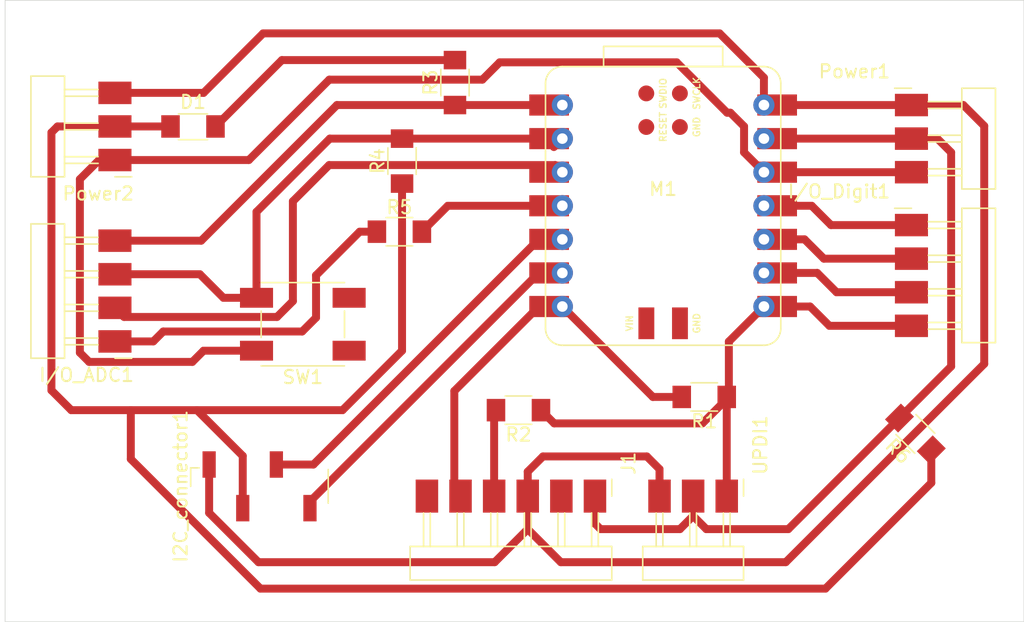
<source format=kicad_pcb>
(kicad_pcb (version 20240108) (generator "pcbnew") (generator_version "8.0")
  (layers (0 "F.Cu" signal) (31 "B.Cu" signal) (34 "B.Paste" user) (35 "F.Paste" user) (36 "B.SilkS" user "B.Silkscreen") (37 "F.SilkS" user "F.Silkscreen") (38 "B.Mask" user) (39 "F.Mask" user) (44 "Edge.Cuts" user))
  (net 0 "")
  (net 1 "ADC3")
  (net 2 "ADC1")
  (net 3 "ADC2")
  (net 4 "ADC4")
  (net 5 "D9")
  (net 6 "D8")
  (net 7 "D10")
  (net 8 "Rx")
  (net 9 "SDA")
  (net 10 "PWR_5V")
  (net 11 "SCL")
  (net 12 "PWR_GND")
  (net 15 "Tx")
  (net 16 "Net-(J1-Pad4)")
  (net 18 "PWR_3V3")
  (net 24 "Net-(D1-A)")
  (net 25 "Net-(I/O_ADC1-Pin_1)")
  (footprint "Fabac:R_1206" (layer "F.Cu") (at 131 61.16 90)
    (property "Reference" "R4" (at 0 -1.85 270) (layer "F.SilkS"))
    (property "Value" "470")
    (fp_line (start -1 -1.07) (end 1 -1.07) (stroke (width 0.12)) (layer "F.SilkS"))
    (fp_line (start 1 1.07) (end -1 1.07) (stroke (width 0.12)) (layer "F.SilkS"))
    (pad "1" smd rect (at -1.7 0 90) (size 1.4 1.7) (layers "F.Cu" "F.Paste" "F.Mask") (net 12 "PWR_GND"))
    (pad "2" smd rect (at 1.7 0 90) (size 1.4 1.7) (layers "F.Cu" "F.Paste" "F.Mask") (net 3 "ADC2"))
  )
  (footprint "Fabac:PinHeader_1x04_P2.54mm_Horizontal_SMD" (layer "F.Cu") (at 109.3 74.8 180)
    (property "Reference" "I/O_ADC1" (at -1.524 -2.54 180) (layer "F.SilkS") (effects (justify right)))
    (property "Value" "Conn_PinHeader_1x04_P2.54mm_Horizontal_SMD")
    (fp_line (start 6.35 8.89) (end 3.81 8.89) (stroke (width 0.12)) (layer "F.SilkS"))
    (fp_line (start 6.35 -1.27) (end 6.35 8.89) (stroke (width 0.12)) (layer "F.SilkS"))
    (fp_line (start 3.81 8.89) (end 3.81 -1.27) (stroke (width 0.12)) (layer "F.SilkS"))
    (fp_line (start 3.81 7.874) (end 1.27 7.874) (stroke (width 0.12)) (layer "F.SilkS"))
    (fp_line (start 3.81 7.366) (end 1.27 7.366) (stroke (width 0.12)) (layer "F.SilkS"))
    (fp_line (start 3.81 5.334) (end 1.27 5.334) (stroke (width 0.12)) (layer "F.SilkS"))
    (fp_line (start 3.81 4.826) (end 1.27 4.826) (stroke (width 0.12)) (layer "F.SilkS"))
    (fp_line (start 3.81 2.794) (end 1.27 2.794) (stroke (width 0.12)) (layer "F.SilkS"))
    (fp_line (start 3.81 2.286) (end 1.27 2.286) (stroke (width 0.12)) (layer "F.SilkS"))
    (fp_line (start 3.81 0.254) (end 1.27 0.254) (stroke (width 0.12)) (layer "F.SilkS"))
    (fp_line (start 3.81 -0.254) (end 1.27 -0.254) (stroke (width 0.12)) (layer "F.SilkS"))
    (fp_line (start 3.81 -1.27) (end 6.35 -1.27) (stroke (width 0.12)) (layer "F.SilkS"))
    (fp_line (start -1.27 -1.27) (end 0 -1.27) (stroke (width 0.12)) (layer "F.SilkS"))
    (pad "1" smd rect (at 0 0 180) (size 2.5 1.7) (layers "F.Cu" "F.Paste" "F.Mask") (net 25 "Net-(I/O_ADC1-Pin_1)"))
    (pad "2" smd rect (at 0 2.54 180) (size 2.5 1.7) (layers "F.Cu" "F.Paste" "F.Mask") (net 1 "ADC3"))
    (pad "3" smd rect (at 0 5.08 180) (size 2.5 1.7) (layers "F.Cu" "F.Paste" "F.Mask") (net 3 "ADC2"))
    (pad "4" smd rect (at 0 7.62 180) (size 2.5 1.7) (layers "F.Cu" "F.Paste" "F.Mask") (net 2 "ADC1"))
  )
  (footprint "Fabac:SeeedStudio_XIAO_RP2040" (layer "F.Cu") (at 150.73 64.54)
    (property "Reference" "M1" (at 0 -1.27 0) (layer "F.SilkS"))
    (property "Value" "Module_XIAO-RP2040")
    (fp_line (start -8.8875 9.281) (end -8.8875 -9.261) (stroke (width 0.12)) (layer "F.SilkS"))
    (fp_line (start -7.6175 -10.531) (end 7.6225 -10.531) (stroke (width 0.12)) (layer "F.SilkS"))
    (fp_line (start 7.6225 10.551) (end -7.6175 10.551) (stroke (width 0.12)) (layer "F.SilkS"))
    (fp_line (start 8.8925 -9.261) (end 8.8925 9.281) (stroke (width 0.12)) (layer "F.SilkS"))
    (fp_rect (start -4.4975 -10.531) (end 4.5025 -12.055) (stroke (width 0.12)) (fill none) (layer "F.SilkS"))
    (fp_arc (start -8.8875 -9.261) (mid -8.515526 -10.159026) (end -7.6175 -10.531) (stroke (width 0.12)) (layer "F.SilkS"))
    (fp_arc (start -7.6175 10.551) (mid -8.515526 10.179026) (end -8.8875 9.281) (stroke (width 0.12)) (layer "F.SilkS"))
    (fp_arc (start 7.6225 -10.531) (mid 8.520526 -10.159026) (end 8.8925 -9.261) (stroke (width 0.12)) (layer "F.SilkS"))
    (fp_arc (start 8.8925 9.281) (mid 8.520526 10.179026) (end 7.6225 10.551) (stroke (width 0.12)) (layer "F.SilkS"))
    (fp_text user "VIN" (at -2.535 8.89 90) (layer "F.SilkS") (effects (font (size 0.5 0.5) (thickness 0.1) (bold yes))))
    (fp_text user "SWCLK" (at 2.54 -8.5 90) (layer "F.SilkS") (effects (font (size 0.5 0.5) (thickness 0.1) (bold yes))))
    (fp_text user "GND" (at 2.54 -5.96 90) (layer "F.SilkS") (effects (font (size 0.5 0.5) (thickness 0.1) (bold yes))))
    (fp_text user "GND" (at 2.545 8.89 90) (layer "F.SilkS") (effects (font (size 0.5 0.5) (thickness 0.1) (bold yes))))
    (fp_text user "RESET" (at 0 -5.96 90) (layer "F.SilkS") (effects (font (size 0.5 0.5) (thickness 0.1) (bold yes))))
    (fp_text user "SWDIO" (at 0 -8.5 90) (layer "F.SilkS") (effects (font (size 0.5 0.5) (thickness 0.1) (bold yes))))
    (pad "1" thru_hole circle (at -7.615 -7.62) (size 1.6 1.6) (drill 0.8) (layers "*.Cu" "*.Mask") (net 2 "ADC1"))
    (pad "1" smd rect (at -7.615 -7.62) (size 3 1.6) (drill (offset -1 0)) (layers "F.Cu" "F.Paste" "F.Mask") (net 2 "ADC1"))
    (pad "2" thru_hole circle (at -7.615 -5.08) (size 1.6 1.6) (drill 0.8) (layers "*.Cu" "*.Mask") (net 3 "ADC2"))
    (pad "2" smd rect (at -7.615 -5.08) (size 3 1.6) (drill (offset -1 0)) (layers "F.Cu" "F.Paste" "F.Mask") (net 3 "ADC2"))
    (pad "3" thru_hole circle (at -7.615 -2.54) (size 1.6 1.6) (drill 0.8) (layers "*.Cu" "*.Mask") (net 1 "ADC3"))
    (pad "3" smd rect (at -7.615 -2.54) (size 3 1.6) (drill (offset -1 0)) (layers "F.Cu" "F.Paste" "F.Mask") (net 1 "ADC3"))
    (pad "4" thru_hole circle (at -7.615 0) (size 1.6 1.6) (drill 0.8) (layers "*.Cu" "*.Mask") (net 4 "ADC4"))
    (pad "4" smd rect (at -7.615 0) (size 3 1.6) (drill (offset -1 0)) (layers "F.Cu" "F.Paste" "F.Mask") (net 4 "ADC4"))
    (pad "5" thru_hole circle (at -7.615 2.54) (size 1.6 1.6) (drill 0.8) (layers "*.Cu" "*.Mask") (net 9 "SDA"))
    (pad "5" smd rect (at -7.615 2.54) (size 3 1.6) (drill (offset -1 0)) (layers "F.Cu" "F.Paste" "F.Mask") (net 9 "SDA"))
    (pad "6" thru_hole circle (at -7.615 5.08) (size 1.6 1.6) (drill 0.8) (layers "*.Cu" "*.Mask") (net 11 "SCL"))
    (pad "6" smd rect (at -7.615 5.08) (size 3 1.6) (drill (offset -1 0)) (layers "F.Cu" "F.Paste" "F.Mask") (net 11 "SCL"))
    (pad "7" thru_hole circle (at -7.615 7.62) (size 1.6 1.6) (drill 0.8) (layers "*.Cu" "*.Mask") (net 15 "Tx"))
    (pad "7" smd rect (at -7.615 7.62) (size 3 1.6) (drill (offset -1 0)) (layers "F.Cu" "F.Paste" "F.Mask") (net 15 "Tx"))
    (pad "8" thru_hole circle (at 7.62 7.62) (size 1.6 1.6) (drill 0.8) (layers "*.Cu" "*.Mask") (net 8 "Rx"))
    (pad "8" smd rect (at 7.62 7.62) (size 3 1.6) (drill (offset 1 0)) (layers "F.Cu" "F.Paste" "F.Mask") (net 8 "Rx"))
    (pad "9" thru_hole circle (at 7.62 5.08) (size 1.6 1.6) (drill 0.8) (layers "*.Cu" "*.Mask") (net 6 "D8"))
    (pad "9" smd rect (at 7.62 5.08) (size 3 1.6) (drill (offset 1 0)) (layers "F.Cu" "F.Paste" "F.Mask") (net 6 "D8"))
    (pad "10" thru_hole circle (at 7.62 2.54) (size 1.6 1.6) (drill 0.8) (layers "*.Cu" "*.Mask") (net 5 "D9"))
    (pad "10" smd rect (at 7.62 2.54) (size 3 1.6) (drill (offset 1 0)) (layers "F.Cu" "F.Paste" "F.Mask") (net 5 "D9"))
    (pad "11" thru_hole circle (at 7.62 0) (size 1.6 1.6) (drill 0.8) (layers "*.Cu" "*.Mask") (net 7 "D10"))
    (pad "11" smd rect (at 7.62 0) (size 3 1.6) (drill (offset 1 0)) (layers "F.Cu" "F.Paste" "F.Mask") (net 7 "D10"))
    (pad "12" thru_hole circle (at 7.62 -2.54) (size 1.6 1.6) (drill 0.8) (layers "*.Cu" "*.Mask") (net 18 "PWR_3V3"))
    (pad "12" smd rect (at 7.62 -2.54) (size 3 1.6) (drill (offset 1 0)) (layers "F.Cu" "F.Paste" "F.Mask") (net 18 "PWR_3V3"))
    (pad "13" thru_hole circle (at 7.62 -5.08) (size 1.6 1.6) (drill 0.8) (layers "*.Cu" "*.Mask") (net 12 "PWR_GND"))
    (pad "13" smd rect (at 7.62 -5.08) (size 3 1.6) (drill (offset 1 0)) (layers "F.Cu" "F.Paste" "F.Mask") (net 12 "PWR_GND"))
    (pad "14" thru_hole circle (at 7.62 -7.62) (size 1.6 1.6) (drill 0.8) (layers "*.Cu" "*.Mask") (net 10 "PWR_5V"))
    (pad "14" smd rect (at 7.62 -7.62) (size 3 1.6) (drill (offset 1 0)) (layers "F.Cu" "F.Paste" "F.Mask") (net 10 "PWR_5V"))
    (pad "15" smd rect (at 1.275 8.89 270) (size 2.4 1.2) (layers "F.Cu" "F.Paste" "F.Mask"))
    (pad "16" smd rect (at -1.265 8.89 270) (size 2.4 1.2) (layers "F.Cu" "F.Paste" "F.Mask"))
    (pad "17" smd circle (at -1.27 -8.5) (size 1.2 1.2) (layers "F.Cu" "F.Paste" "F.Mask"))
    (pad "18" smd circle (at -1.27 -5.96) (size 1.2 1.2) (layers "F.Cu" "F.Paste" "F.Mask"))
    (pad "19" smd circle (at 1.27 -5.96) (size 1.2 1.2) (layers "F.Cu" "F.Paste" "F.Mask"))
    (pad "20" smd circle (at 1.27 -8.5) (size 1.2 1.2) (layers "F.Cu" "F.Paste" "F.Mask"))
  )
  (footprint "Fabac:PinHeader_1x06_P2.54mm_Horizontal_SMD" (layer "F.Cu") (at 145.58 86.5 -90)
    (property "Reference" "J1" (at -1.524 -2.54 90) (layer "F.SilkS") (effects (justify left)))
    (property "Value" "Conn_PinHeader_FTDI_1x06_P2.54mm_Horizontal_SMD")
    (fp_line (start 3.81 13.97) (end 3.81 -1.27) (stroke (width 0.12)) (layer "F.SilkS"))
    (fp_line (start 6.35 13.97) (end 3.81 13.97) (stroke (width 0.12)) (layer "F.SilkS"))
    (fp_line (start 3.81 12.954) (end 1.27 12.954) (stroke (width 0.12)) (layer "F.SilkS"))
    (fp_line (start 3.81 12.446) (end 1.27 12.446) (stroke (width 0.12)) (layer "F.SilkS"))
    (fp_line (start 3.81 10.414) (end 1.27 10.414) (stroke (width 0.12)) (layer "F.SilkS"))
    (fp_line (start 3.81 9.906) (end 1.27 9.906) (stroke (width 0.12)) (layer "F.SilkS"))
    (fp_line (start 3.81 7.874) (end 1.27 7.874) (stroke (width 0.12)) (layer "F.SilkS"))
    (fp_line (start 3.81 7.366) (end 1.27 7.366) (stroke (width 0.12)) (layer "F.SilkS"))
    (fp_line (start 3.81 5.334) (end 1.27 5.334) (stroke (width 0.12)) (layer "F.SilkS"))
    (fp_line (start 3.81 4.826) (end 1.27 4.826) (stroke (width 0.12)) (layer "F.SilkS"))
    (fp_line (start 3.81 2.794) (end 1.27 2.794) (stroke (width 0.12)) (layer "F.SilkS"))
    (fp_line (start 3.81 2.286) (end 1.27 2.286) (stroke (width 0.12)) (layer "F.SilkS"))
    (fp_line (start 3.81 0.254) (end 1.27 0.254) (stroke (width 0.12)) (layer "F.SilkS"))
    (fp_line (start 3.81 -0.254) (end 1.27 -0.254) (stroke (width 0.12)) (layer "F.SilkS"))
    (fp_line (start -1.27 -1.27) (end 0 -1.27) (stroke (width 0.12)) (layer "F.SilkS"))
    (fp_line (start 3.81 -1.27) (end 6.35 -1.27) (stroke (width 0.12)) (layer "F.SilkS"))
    (fp_line (start 6.35 -1.27) (end 6.35 13.97) (stroke (width 0.12)) (layer "F.SilkS"))
    (pad "1" smd rect (at 0 0 270) (size 2.5 1.7) (layers "F.Cu" "F.Paste" "F.Mask") (net 12 "PWR_GND"))
    (pad "2" smd rect (at 0 2.54 270) (size 2.5 1.7) (layers "F.Cu" "F.Paste" "F.Mask"))
    (pad "3" smd rect (at 0 5.08 270) (size 2.5 1.7) (layers "F.Cu" "F.Paste" "F.Mask") (net 10 "PWR_5V"))
    (pad "4" smd rect (at 0 7.62 270) (size 2.5 1.7) (layers "F.Cu" "F.Paste" "F.Mask") (net 16 "Net-(J1-Pad4)"))
    (pad "5" smd rect (at 0 10.16 270) (size 2.5 1.7) (layers "F.Cu" "F.Paste" "F.Mask") (net 15 "Tx"))
    (pad "6" smd rect (at 0 12.7 270) (size 2.5 1.7) (layers "F.Cu" "F.Paste" "F.Mask"))
  )
  (footprint "Fabac:R_1206" (layer "F.Cu") (at 130.8 66.5)
    (property "Reference" "R5" (at 0 -1.85 0) (layer "F.SilkS"))
    (property "Value" "0 ohm")
    (fp_line (start -1 -1.07) (end 1 -1.07) (stroke (width 0.12)) (layer "F.SilkS"))
    (fp_line (start 1 1.07) (end -1 1.07) (stroke (width 0.12)) (layer "F.SilkS"))
    (pad "1" smd rect (at -1.7 0) (size 1.4 1.7) (layers "F.Cu" "F.Paste" "F.Mask") (net 25 "Net-(I/O_ADC1-Pin_1)"))
    (pad "2" smd rect (at 1.7 0) (size 1.4 1.7) (layers "F.Cu" "F.Paste" "F.Mask") (net 4 "ADC4"))
  )
  (footprint "Fabac:PinHeader_1x03_P2.54mm_Horizontal_SMD" (layer "F.Cu") (at 169.5 56.92)
    (property "Reference" "Power1" (at -1.524 -2.54 360) (layer "F.SilkS") (effects (justify right)))
    (property "Value" "Conn_PinHeader_1x03_P2.54mm_Horizontal_SMD")
    (fp_line (start -1.27 -1.27) (end 0 -1.27) (stroke (width 0.12)) (layer "F.SilkS"))
    (fp_line (start 3.81 -1.27) (end 6.35 -1.27) (stroke (width 0.12)) (layer "F.SilkS"))
    (fp_line (start 3.81 -0.254) (end 1.27 -0.254) (stroke (width 0.12)) (layer "F.SilkS"))
    (fp_line (start 3.81 0.254) (end 1.27 0.254) (stroke (width 0.12)) (layer "F.SilkS"))
    (fp_line (start 3.81 2.286) (end 1.27 2.286) (stroke (width 0.12)) (layer "F.SilkS"))
    (fp_line (start 3.81 2.794) (end 1.27 2.794) (stroke (width 0.12)) (layer "F.SilkS"))
    (fp_line (start 3.81 4.826) (end 1.27 4.826) (stroke (width 0.12)) (layer "F.SilkS"))
    (fp_line (start 3.81 5.334) (end 1.27 5.334) (stroke (width 0.12)) (layer "F.SilkS"))
    (fp_line (start 3.81 6.35) (end 3.81 -1.27) (stroke (width 0.12)) (layer "F.SilkS"))
    (fp_line (start 6.35 -1.27) (end 6.35 6.35) (stroke (width 0.12)) (layer "F.SilkS"))
    (fp_line (start 6.35 6.35) (end 3.81 6.35) (stroke (width 0.12)) (layer "F.SilkS"))
    (pad "1" smd rect (at 0 0) (size 2.5 1.7) (layers "F.Cu" "F.Paste" "F.Mask") (net 10 "PWR_5V"))
    (pad "2" smd rect (at 0 2.54) (size 2.5 1.7) (layers "F.Cu" "F.Paste" "F.Mask") (net 12 "PWR_GND"))
    (pad "3" smd rect (at 0 5.08) (size 2.5 1.7) (layers "F.Cu" "F.Paste" "F.Mask") (net 18 "PWR_3V3"))
  )
  (footprint "Fabac:PinHeader_1x03_P2.54mm_Horizontal_SMD" (layer "F.Cu") (at 155.54 86.5 -90)
    (property "Reference" "UPDI1" (at -1.524 -2.54 90) (layer "F.SilkS") (effects (justify left)))
    (property "Value" "Conn_PinHeader_1x03_P2.54mm_Horizontal_SMD")
    (fp_line (start 3.81 6.35) (end 3.81 -1.27) (stroke (width 0.12)) (layer "F.SilkS"))
    (fp_line (start 6.35 6.35) (end 3.81 6.35) (stroke (width 0.12)) (layer "F.SilkS"))
    (fp_line (start 3.81 5.334) (end 1.27 5.334) (stroke (width 0.12)) (layer "F.SilkS"))
    (fp_line (start 3.81 4.826) (end 1.27 4.826) (stroke (width 0.12)) (layer "F.SilkS"))
    (fp_line (start 3.81 2.794) (end 1.27 2.794) (stroke (width 0.12)) (layer "F.SilkS"))
    (fp_line (start 3.81 2.286) (end 1.27 2.286) (stroke (width 0.12)) (layer "F.SilkS"))
    (fp_line (start 3.81 0.254) (end 1.27 0.254) (stroke (width 0.12)) (layer "F.SilkS"))
    (fp_line (start 3.81 -0.254) (end 1.27 -0.254) (stroke (width 0.12)) (layer "F.SilkS"))
    (fp_line (start -1.27 -1.27) (end 0 -1.27) (stroke (width 0.12)) (layer "F.SilkS"))
    (fp_line (start 3.81 -1.27) (end 6.35 -1.27) (stroke (width 0.12)) (layer "F.SilkS"))
    (fp_line (start 6.35 -1.27) (end 6.35 6.35) (stroke (width 0.12)) (layer "F.SilkS"))
    (pad "1" smd rect (at 0 0 270) (size 2.5 1.7) (layers "F.Cu" "F.Paste" "F.Mask") (net 8 "Rx"))
    (pad "2" smd rect (at 0 2.54 270) (size 2.5 1.7) (layers "F.Cu" "F.Paste" "F.Mask") (net 12 "PWR_GND"))
    (pad "3" smd rect (at 0 5.08 270) (size 2.5 1.7) (layers "F.Cu" "F.Paste" "F.Mask") (net 10 "PWR_5V"))
  )
  (footprint "Fabac:Button_Omron_B3SN_6.0x6.0mm" (layer "F.Cu") (at 123.5 73.5 180)
    (property "Reference" "SW1" (at 0 -4 180) (layer "F.SilkS"))
    (property "Value" "Switch_Tactile_Omron")
    (fp_line (start 3.15 3.15) (end -3.15 3.15) (stroke (width 0.12)) (layer "F.SilkS"))
    (fp_line (start 3.15 -1) (end 3.15 1) (stroke (width 0.12)) (layer "F.SilkS"))
    (fp_line (start -3.15 1) (end -3.15 -1) (stroke (width 0.12)) (layer "F.SilkS"))
    (fp_line (start -3.15 -3.15) (end 3.15 -3.15) (stroke (width 0.12)) (layer "F.SilkS"))
    (pad "1" smd rect (at -3.5 -2 180) (size 2.5 1.5) (layers "F.Cu" "F.Paste" "F.Mask") (net 18 "PWR_3V3"))
    (pad "1" smd rect (at 3.5 -2 180) (size 2.5 1.5) (layers "F.Cu" "F.Paste" "F.Mask") (net 18 "PWR_3V3"))
    (pad "2" smd rect (at -3.5 2 180) (size 2.5 1.5) (layers "F.Cu" "F.Paste" "F.Mask") (net 3 "ADC2"))
    (pad "2" smd rect (at 3.5 2 180) (size 2.5 1.5) (layers "F.Cu" "F.Paste" "F.Mask") (net 3 "ADC2"))
  )
  (footprint "Fabac:R_1206" (layer "F.Cu") (at 139.8 80 180)
    (property "Reference" "R2" (at 0 -1.85 180) (layer "F.SilkS"))
    (property "Value" "1k" (hide yes))
    (fp_line (start 1 1.07) (end -1 1.07) (stroke (width 0.12)) (layer "F.SilkS"))
    (fp_line (start -1 -1.07) (end 1 -1.07) (stroke (width 0.12)) (layer "F.SilkS"))
    (pad "1" smd rect (at -1.7 0 180) (size 1.4 1.7) (layers "F.Cu" "F.Paste" "F.Mask") (net 8 "Rx"))
    (pad "2" smd rect (at 1.7 0 180) (size 1.4 1.7) (layers "F.Cu" "F.Paste" "F.Mask") (net 16 "Net-(J1-Pad4)"))
  )
  (footprint "Fabac:LED_1206" (layer "F.Cu") (at 115.2 58.54)
    (property "Reference" "D1" (at 0 -1.85 360) (layer "F.SilkS"))
    (property "Value" "LED_1206")
    (fp_line (start -1.1 -0.95) (end 1.1 -0.95) (stroke (width 0.12)) (layer "F.SilkS"))
    (fp_line (start -1.1 1) (end 1.1 1) (stroke (width 0.12)) (layer "F.SilkS"))
    (pad "1" smd rect (at -1.7 0) (size 1.4 1.7) (layers "F.Cu" "F.Paste" "F.Mask") (net 12 "PWR_GND"))
    (pad "2" smd rect (at 1.7 0) (size 1.4 1.7) (layers "F.Cu" "F.Paste" "F.Mask") (net 24 "Net-(D1-A)"))
  )
  (footprint "Fabac:PinHeader_1x04_P2.54mm_Horizontal_SMD" (layer "F.Cu") (at 169.5 66)
    (property "Reference" "I/O_Digit1" (at -1.524 -2.54 360) (layer "F.SilkS") (effects (justify right)))
    (property "Value" "Conn_PinHeader_1x04_P2.54mm_Horizontal_SMD")
    (fp_line (start -1.27 -1.27) (end 0 -1.27) (stroke (width 0.12)) (layer "F.SilkS"))
    (fp_line (start 3.81 -1.27) (end 6.35 -1.27) (stroke (width 0.12)) (layer "F.SilkS"))
    (fp_line (start 3.81 -0.254) (end 1.27 -0.254) (stroke (width 0.12)) (layer "F.SilkS"))
    (fp_line (start 3.81 0.254) (end 1.27 0.254) (stroke (width 0.12)) (layer "F.SilkS"))
    (fp_line (start 3.81 2.286) (end 1.27 2.286) (stroke (width 0.12)) (layer "F.SilkS"))
    (fp_line (start 3.81 2.794) (end 1.27 2.794) (stroke (width 0.12)) (layer "F.SilkS"))
    (fp_line (start 3.81 4.826) (end 1.27 4.826) (stroke (width 0.12)) (layer "F.SilkS"))
    (fp_line (start 3.81 5.334) (end 1.27 5.334) (stroke (width 0.12)) (layer "F.SilkS"))
    (fp_line (start 3.81 7.366) (end 1.27 7.366) (stroke (width 0.12)) (layer "F.SilkS"))
    (fp_line (start 3.81 7.874) (end 1.27 7.874) (stroke (width 0.12)) (layer "F.SilkS"))
    (fp_line (start 3.81 8.89) (end 3.81 -1.27) (stroke (width 0.12)) (layer "F.SilkS"))
    (fp_line (start 6.35 -1.27) (end 6.35 8.89) (stroke (width 0.12)) (layer "F.SilkS"))
    (fp_line (start 6.35 8.89) (end 3.81 8.89) (stroke (width 0.12)) (layer "F.SilkS"))
    (pad "1" smd rect (at 0 0) (size 2.5 1.7) (layers "F.Cu" "F.Paste" "F.Mask") (net 7 "D10"))
    (pad "2" smd rect (at 0 2.54) (size 2.5 1.7) (layers "F.Cu" "F.Paste" "F.Mask") (net 5 "D9"))
    (pad "3" smd rect (at 0 5.08) (size 2.5 1.7) (layers "F.Cu" "F.Paste" "F.Mask") (net 6 "D8"))
    (pad "4" smd rect (at 0 7.62) (size 2.5 1.7) (layers "F.Cu" "F.Paste" "F.Mask") (net 8 "Rx"))
  )
  (footprint "Fabac:PinSocket_1x04_P2.54mm_Vertical_SMD" (layer "F.Cu") (at 120.23 85.7615 90)
    (property "Reference" "I2C_connector1" (at 0 -5.969 270) (layer "F.SilkS"))
    (property "Value" "Conn_PinSocket_1x04_P2.54mm_Vertical_SMD")
    (fp_line (start 1.397 -5.207) (end 0 -5.207) (stroke (width 0.12)) (layer "F.SilkS"))
    (fp_line (start 1.397 -4.572) (end 1.397 -5.207) (stroke (width 0.12)) (layer "F.SilkS"))
    (fp_line (start -1.27 5.19) (end 1.27 5.19) (stroke (width 0.12)) (layer "F.SilkS"))
    (pad "1" smd rect (at 1.65 -3.81 90) (size 2 1) (layers "F.Cu" "F.Paste" "F.Mask") (net 10 "PWR_5V"))
    (pad "2" smd rect (at -1.65 -1.27 90) (size 2 1) (layers "F.Cu" "F.Paste" "F.Mask") (net 12 "PWR_GND"))
    (pad "3" smd rect (at 1.65 1.27 90) (size 2 1) (layers "F.Cu" "F.Paste" "F.Mask") (net 9 "SDA"))
    (pad "4" smd rect (at -1.65 3.81 90) (size 2 1) (layers "F.Cu" "F.Paste" "F.Mask") (net 11 "SCL"))
  )
  (footprint "Fabac:R_1206" (layer "F.Cu") (at 135 55.22 90)
    (property "Reference" "R3" (at 0 -1.85 270) (layer "F.SilkS"))
    (property "Value" "1k")
    (fp_line (start -1 -1.07) (end 1 -1.07) (stroke (width 0.12)) (layer "F.SilkS"))
    (fp_line (start 1 1.07) (end -1 1.07) (stroke (width 0.12)) (layer "F.SilkS"))
    (pad "1" smd rect (at -1.7 0 90) (size 1.4 1.7) (layers "F.Cu" "F.Paste" "F.Mask") (net 2 "ADC1"))
    (pad "2" smd rect (at 1.7 0 90) (size 1.4 1.7) (layers "F.Cu" "F.Paste" "F.Mask") (net 24 "Net-(D1-A)"))
  )
  (footprint "Fabac:R_1206" (layer "F.Cu") (at 169.797918 81.797918 135)
    (property "Reference" "R6" (at 0 -1.850001 315) (layer "F.SilkS"))
    (property "Value" "R_1206")
    (fp_line (start -1 -1.07) (end 1 -1.07) (stroke (width 0.12)) (layer "F.SilkS"))
    (fp_line (start 1 1.07) (end -1 1.07) (stroke (width 0.12)) (layer "F.SilkS"))
    (pad "1" smd rect (at -1.700001 0 135) (size 1.4 1.7) (layers "F.Cu" "F.Paste" "F.Mask") (net 12 "PWR_GND"))
    (pad "2" smd rect (at 1.700001 0 135) (size 1.4 1.7) (layers "F.Cu" "F.Paste" "F.Mask") (net 12 "PWR_GND"))
  )
  (footprint "Fabac:PinHeader_1x03_P2.54mm_Horizontal_SMD" (layer "F.Cu") (at 109.3 61.08 180)
    (property "Reference" "Power2" (at -1.524 -2.54 180) (layer "F.SilkS") (effects (justify right)))
    (property "Value" "Conn_PinHeader_1x03_P2.54mm_Horizontal_SMD")
    (fp_line (start 6.35 6.35) (end 3.81 6.35) (stroke (width 0.12)) (layer "F.SilkS"))
    (fp_line (start 6.35 -1.27) (end 6.35 6.35) (stroke (width 0.12)) (layer "F.SilkS"))
    (fp_line (start 3.81 6.35) (end 3.81 -1.27) (stroke (width 0.12)) (layer "F.SilkS"))
    (fp_line (start 3.81 5.334) (end 1.27 5.334) (stroke (width 0.12)) (layer "F.SilkS"))
    (fp_line (start 3.81 4.826) (end 1.27 4.826) (stroke (width 0.12)) (layer "F.SilkS"))
    (fp_line (start 3.81 2.794) (end 1.27 2.794) (stroke (width 0.12)) (layer "F.SilkS"))
    (fp_line (start 3.81 2.286) (end 1.27 2.286) (stroke (width 0.12)) (layer "F.SilkS"))
    (fp_line (start 3.81 0.254) (end 1.27 0.254) (stroke (width 0.12)) (layer "F.SilkS"))
    (fp_line (start 3.81 -0.254) (end 1.27 -0.254) (stroke (width 0.12)) (layer "F.SilkS"))
    (fp_line (start 3.81 -1.27) (end 6.35 -1.27) (stroke (width 0.12)) (layer "F.SilkS"))
    (fp_line (start -1.27 -1.27) (end 0 -1.27) (stroke (width 0.12)) (layer "F.SilkS"))
    (pad "1" smd rect (at 0 0 180) (size 2.5 1.7) (layers "F.Cu" "F.Paste" "F.Mask") (net 18 "PWR_3V3"))
    (pad "2" smd rect (at 0 2.54 180) (size 2.5 1.7) (layers "F.Cu" "F.Paste" "F.Mask") (net 12 "PWR_GND"))
    (pad "3" smd rect (at 0 5.08 180) (size 2.5 1.7) (layers "F.Cu" "F.Paste" "F.Mask") (net 10 "PWR_5V"))
  )
  (footprint "Fabac:R_1206" (layer "F.Cu") (at 153.84 79 180)
    (property "Reference" "R1" (at 0 -1.85 180) (layer "F.SilkS"))
    (property "Value" "4.99")
    (fp_line (start 1 1.07) (end -1 1.07) (stroke (width 0.12)) (layer "F.SilkS"))
    (fp_line (start -1 -1.07) (end 1 -1.07) (stroke (width 0.12)) (layer "F.SilkS"))
    (pad "1" smd rect (at -1.7 0 180) (size 1.4 1.7) (layers "F.Cu" "F.Paste" "F.Mask") (net 8 "Rx"))
    (pad "2" smd rect (at 1.7 0 180) (size 1.4 1.7) (layers "F.Cu" "F.Paste" "F.Mask") (net 15 "Tx"))
  )
  (gr_rect (start 101 49) (end 178 96) (stroke (width 0.05)) (fill none) (layer "Edge.Cuts"))
  (segment (start 143.115 62) (end 142.855 62.26) (width 0.6) (layer "F.Cu") (net 1))
  (segment (start 125.49 61.46) (end 142.575 61.46) (width 0.6) (layer "F.Cu") (net 1))
  (segment (start 142.575 61.46) (end 143.115 62) (width 0.6) (layer "F.Cu") (net 1))
  (segment (start 122.75 64.2) (end 125.49 61.46) (width 0.6) (layer "F.Cu") (net 1))
  (segment (start 121.55 72.95) (end 122.75 71.75) (width 0.6) (layer "F.Cu") (net 1))
  (segment (start 122.75 71.75) (end 122.75 64.2) (width 0.6) (layer "F.Cu") (net 1))
  (segment (start 109.99 72.95) (end 121.55 72.95) (width 0.6) (layer "F.Cu") (net 1))
  (segment (start 109.3 72.26) (end 109.99 72.95) (width 0.6) (layer "F.Cu") (net 1))
  (segment (start 135 56.92) (end 126.08 56.92) (width 0.6) (layer "F.Cu") (net 2))
  (segment (start 115.82 67.18) (end 109.3 67.18) (width 0.6) (layer "F.Cu") (net 2))
  (segment (start 126.08 56.92) (end 115.82 67.18) (width 0.6) (layer "F.Cu") (net 2))
  (segment (start 135 56.92) (end 143.115 56.92) (width 0.6) (layer "F.Cu") (net 2))
  (segment (start 117.5 71.5) (end 120 71.5) (width 0.6) (layer "F.Cu") (net 3))
  (segment (start 125.54 59.46) (end 120 65) (width 0.6) (layer "F.Cu") (net 3))
  (segment (start 115.72 69.72) (end 109.3 69.72) (width 0.6) (layer "F.Cu") (net 3))
  (segment (start 131 59.46) (end 143.115 59.46) (width 0.6) (layer "F.Cu") (net 3))
  (segment (start 120 65) (end 120 71.5) (width 0.6) (layer "F.Cu") (net 3))
  (segment (start 142.475 60.1) (end 143.115 59.46) (width 0.6) (layer "F.Cu") (net 3))
  (segment (start 117.5 71.5) (end 115.72 69.72) (width 0.6) (layer "F.Cu") (net 3))
  (segment (start 131 59.46) (end 125.54 59.46) (width 0.6) (layer "F.Cu") (net 3))
  (segment (start 134.46 64.54) (end 132.5 66.5) (width 0.6) (layer "F.Cu") (net 4))
  (segment (start 143.115 64.54) (end 134.46 64.54) (width 0.6) (layer "F.Cu") (net 4))
  (segment (start 162.88 68.54) (end 169.5 68.54) (width 0.6) (layer "F.Cu") (net 5))
  (segment (start 158.35 67.08) (end 161.42 67.08) (width 0.6) (layer "F.Cu") (net 5))
  (segment (start 161.42 67.08) (end 162.88 68.54) (width 0.6) (layer "F.Cu") (net 5))
  (segment (start 162.38 69.62) (end 163.84 71.08) (width 0.6) (layer "F.Cu") (net 6))
  (segment (start 158.35 69.62) (end 162.38 69.62) (width 0.6) (layer "F.Cu") (net 6))
  (segment (start 163.84 71.08) (end 169.5 71.08) (width 0.6) (layer "F.Cu") (net 6))
  (segment (start 161.96 64.54) (end 163.42 66) (width 0.6) (layer "F.Cu") (net 7))
  (segment (start 163.42 66) (end 169.5 66) (width 0.6) (layer "F.Cu") (net 7))
  (segment (start 158.35 64.54) (end 161.96 64.54) (width 0.6) (layer "F.Cu") (net 7))
  (segment (start 155.54 79) (end 155.54 86.5) (width 0.6) (layer "F.Cu") (net 8))
  (segment (start 161.84 72.16) (end 163.3 73.62) (width 0.6) (layer "F.Cu") (net 8))
  (segment (start 155.7 86.34) (end 155.54 86.5) (width 0.6) (layer "F.Cu") (net 8))
  (segment (start 141.5 80) (end 142.5 81) (width 0.6) (layer "F.Cu") (net 8))
  (segment (start 155.7 74.81) (end 158.35 72.16) (width 0.6) (layer "F.Cu") (net 8))
  (segment (start 153.7 81) (end 155.7 79) (width 0.6) (layer "F.Cu") (net 8))
  (segment (start 158.35 72.16) (end 161.84 72.16) (width 0.6) (layer "F.Cu") (net 8))
  (segment (start 155.7 79) (end 155.7 74.81) (width 0.6) (layer "F.Cu") (net 8))
  (segment (start 142.5 81) (end 153.7 81) (width 0.6) (layer "F.Cu") (net 8))
  (segment (start 163.3 73.62) (end 169.5 73.62) (width 0.6) (layer "F.Cu") (net 8))
  (segment (start 121.5 84.1115) (end 124.302714 84.1115) (width 0.6) (layer "F.Cu") (net 9))
  (segment (start 141.334214 67.08) (end 143.115 67.08) (width 0.6) (layer "F.Cu") (net 9))
  (segment (start 124.302714 84.1115) (end 141.334214 67.08) (width 0.6) (layer "F.Cu") (net 9))
  (segment (start 143 91.5) (end 160 91.5) (width 0.6) (layer "F.Cu") (net 10))
  (segment (start 175 58.5) (end 173.42 56.92) (width 0.6) (layer "F.Cu") (net 10))
  (segment (start 155 51.5) (end 120.5 51.5) (width 0.6) (layer "F.Cu") (net 10))
  (segment (start 116 56) (end 109.3 56) (width 0.6) (layer "F.Cu") (net 10))
  (segment (start 160 91.5) (end 175 76.5) (width 0.6) (layer "F.Cu") (net 10))
  (segment (start 175 76.5) (end 175 58.5) (width 0.6) (layer "F.Cu") (net 10))
  (segment (start 120.5 51.5) (end 116 56) (width 0.6) (layer "F.Cu") (net 10))
  (segment (start 140.5 86.5) (end 140.5 89) (width 0.6) (layer "F.Cu") (net 10))
  (segment (start 120.1485 91.5) (end 138 91.5) (width 0.6) (layer "F.Cu") (net 10))
  (segment (start 140.5 84.65) (end 141.65 83.5) (width 0.6) (layer "F.Cu") (net 10))
  (segment (start 150.46 84.46) (end 150.46 86.5) (width 0.6) (layer "F.Cu") (net 10))
  (segment (start 116.42 84.1115) (end 116.42 87.7715) (width 0.6) (layer "F.Cu") (net 10))
  (segment (start 158.35 56.92) (end 158.35 54.85) (width 0.6) (layer "F.Cu") (net 10))
  (segment (start 116.42 87.7715) (end 120.1485 91.5) (width 0.6) (layer "F.Cu") (net 10))
  (segment (start 158.35 54.85) (end 155 51.5) (width 0.6) (layer "F.Cu") (net 10))
  (segment (start 173.42 56.92) (end 169.5 56.92) (width 0.6) (layer "F.Cu") (net 10))
  (segment (start 140.5 89) (end 143 91.5) (width 0.6) (layer "F.Cu") (net 10))
  (segment (start 149.5 83.5) (end 150.46 84.46) (width 0.6) (layer "F.Cu") (net 10))
  (segment (start 138 91.5) (end 140.5 89) (width 0.6) (layer "F.Cu") (net 10))
  (segment (start 141.65 83.5) (end 149.5 83.5) (width 0.6) (layer "F.Cu") (net 10))
  (segment (start 140.5 86.5) (end 140.5 84.65) (width 0.6) (layer "F.Cu") (net 10))
  (segment (start 158.35 56.92) (end 169.5 56.92) (width 0.6) (layer "F.Cu") (net 10))
  (segment (start 124.04 86.9115) (end 141.3315 69.62) (width 0.6) (layer "F.Cu") (net 11))
  (segment (start 141.3315 69.62) (end 143.115 69.62) (width 0.6) (layer "F.Cu") (net 11))
  (segment (start 124.04 87.4115) (end 124.04 86.9115) (width 0.6) (layer "F.Cu") (net 11))
  (segment (start 172.5 76.691672) (end 172.5 60.5) (width 0.6) (layer "F.Cu") (net 12))
  (segment (start 172.5 60.5) (end 171.46 59.46) (width 0.6) (layer "F.Cu") (net 12))
  (segment (start 158.35 59.46) (end 169.5 59.46) (width 0.6) (layer "F.Cu") (net 12))
  (segment (start 153 88) (end 152 89) (width 0.6) (layer "F.Cu") (net 12))
  (segment (start 110.5 80) (end 106 80) (width 0.6) (layer "F.Cu") (net 12))
  (segment (start 145.58 88.58) (end 145.58 86.5) (width 0.6) (layer "F.Cu") (net 12))
  (segment (start 109.3 58.54) (end 104.96 58.54) (width 0.6) (layer "F.Cu") (net 12))
  (segment (start 163 93.5) (end 171 85.5) (width 0.6) (layer "F.Cu") (net 12))
  (segment (start 152 89) (end 146 89) (width 0.6) (layer "F.Cu") (net 12))
  (segment (start 153 88) (end 154 89) (width 0.6) (layer "F.Cu") (net 12))
  (segment (start 160.191672 89) (end 172.5 76.691672) (width 0.6) (layer "F.Cu") (net 12))
  (segment (start 106 80) (end 104.5 78.5) (width 0.6) (layer "F.Cu") (net 12))
  (segment (start 131 75.5) (end 126.5 80) (width 0.6) (layer "F.Cu") (net 12))
  (segment (start 104.5 78.5) (end 104.5 59) (width 0.6) (layer "F.Cu") (net 12))
  (segment (start 153 88) (end 153 86.5) (width 0.6) (layer "F.Cu") (net 12))
  (segment (start 104.96 58.54) (end 104.5 59) (width 0.6) (layer "F.Cu") (net 12))
  (segment (start 120.3 93.5) (end 163 93.5) (width 0.6) (layer "F.Cu") (net 12))
  (segment (start 110.5 83.7) (end 120.3 93.5) (width 0.6) (layer "F.Cu") (net 12))
  (segment (start 126.5 80) (end 115.5 80) (width 0.6) (layer "F.Cu") (net 12))
  (segment (start 154 89) (end 160.191672 89) (width 0.6) (layer "F.Cu") (net 12))
  (segment (start 118.96 83.46) (end 115.5 80) (width 0.6) (layer "F.Cu") (net 12))
  (segment (start 146 89) (end 145.58 88.58) (width 0.6) (layer "F.Cu") (net 12))
  (segment (start 115.5 80) (end 110.5 80) (width 0.6) (layer "F.Cu") (net 12))
  (segment (start 118.96 87.4115) (end 118.96 83.46) (width 0.6) (layer "F.Cu") (net 12))
  (segment (start 113.5 58.54) (end 109.3 58.54) (width 0.6) (layer "F.Cu") (net 12))
  (segment (start 110.5 80) (end 110.5 83.7) (width 0.6) (layer "F.Cu") (net 12))
  (segment (start 131 62.86) (end 131 75.5) (width 0.6) (layer "F.Cu") (net 12))
  (segment (start 171.46 59.46) (end 169.5 59.46) (width 0.6) (layer "F.Cu") (net 12))
  (segment (start 171 85.5) (end 171 83) (width 0.6) (layer "F.Cu") (net 12))
  (segment (start 149.955 79) (end 152.3 79) (width 0.6) (layer "F.Cu") (net 15))
  (segment (start 143.115 72.16) (end 149.955 79) (width 0.6) (layer "F.Cu") (net 15))
  (segment (start 135.42 87) (end 134.95 86.53) (width 0.6) (layer "F.Cu") (net 15))
  (segment (start 141.34 72.16) (end 143.115 72.16) (width 0.6) (layer "F.Cu") (net 15))
  (segment (start 134.95 78.55) (end 141.34 72.16) (width 0.6) (layer "F.Cu") (net 15))
  (segment (start 134.95 86.53) (end 134.95 78.55) (width 0.6) (layer "F.Cu") (net 15))
  (segment (start 137.96 80.14) (end 138.1 80) (width 0.6) (layer "F.Cu") (net 16))
  (segment (start 137.96 87) (end 137.96 80.14) (width 0.6) (layer "F.Cu") (net 16))
  (segment (start 156.85 58.535736) (end 156.85 60.5) (width 0.6) (layer "F.Cu") (net 18))
  (segment (start 106.65 75.65) (end 106.65 62.53) (width 0.6) (layer "F.Cu") (net 18))
  (segment (start 107.35 76.35) (end 106.65 75.65) (width 0.6) (layer "F.Cu") (net 18))
  (segment (start 125.5 55) (end 137.07 55) (width 0.6) (layer "F.Cu") (net 18))
  (segment (start 108.1 61.08) (end 106.65 62.53) (width 0.6) (layer "F.Cu") (net 18))
  (segment (start 116 75.5) (end 115.15 76.35) (width 0.6) (layer "F.Cu") (net 18))
  (segment (start 115.15 76.35) (end 107.35 76.35) (width 0.6) (layer "F.Cu") (net 18))
  (segment (start 151.755736 53.69) (end 155.565736 57.5) (width 0.6) (layer "F.Cu") (net 18))
  (segment (start 116 75.5) (end 120 75.5) (width 0.6) (layer "F.Cu") (net 18))
  (segment (start 138.38 53.69) (end 151.755736 53.69) (width 0.6) (layer "F.Cu") (net 18))
  (segment (start 109.3 61.08) (end 108.1 61.08) (width 0.6) (layer "F.Cu") (net 18))
  (segment (start 137.07 55) (end 138.38 53.69) (width 0.6) (layer "F.Cu") (net 18))
  (segment (start 155.565736 57.5) (end 155.814264 57.5) (width 0.6) (layer "F.Cu") (net 18))
  (segment (start 119.42 61.08) (end 125.5 55) (width 0.6) (layer "F.Cu") (net 18))
  (segment (start 155.814264 57.5) (end 156.85 58.535736) (width 0.6) (layer "F.Cu") (net 18))
  (segment (start 169.5 62) (end 158.35 62) (width 0.6) (layer "F.Cu") (net 18))
  (segment (start 156.85 60.5) (end 158.35 62) (width 0.6) (layer "F.Cu") (net 18))
  (segment (start 119.42 61.08) (end 109.3 61.08) (width 0.6) (layer "F.Cu") (net 18))
  (segment (start 121.92 53.52) (end 116.9 58.54) (width 0.6) (layer "F.Cu") (net 24))
  (segment (start 135 53.52) (end 121.92 53.52) (width 0.6) (layer "F.Cu") (net 24))
  (segment (start 127.8 66.5) (end 124.5 69.8) (width 0.6) (layer "F.Cu") (net 25))
  (segment (start 112.95 74.05) (end 112.2 74.8) (width 0.6) (layer "F.Cu") (net 25))
  (segment (start 112.2 74.8) (end 109.3 74.8) (width 0.6) (layer "F.Cu") (net 25))
  (segment (start 124.5 69.8) (end 124.5 73) (width 0.6) (layer "F.Cu") (net 25))
  (segment (start 124.5 73) (end 123.45 74.05) (width 0.6) (layer "F.Cu") (net 25))
  (segment (start 129.1 66.5) (end 127.8 66.5) (width 0.6) (layer "F.Cu") (net 25))
  (segment (start 123.45 74.05) (end 112.95 74.05) (width 0.6) (layer "F.Cu") (net 25))
)
</source>
